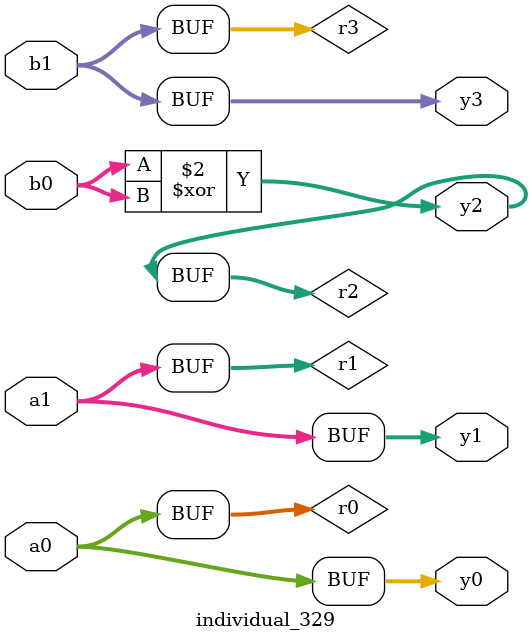
<source format=sv>
module individual_329(input logic [15:0] a1, input logic [15:0] a0, input logic [15:0] b1, input logic [15:0] b0, output logic [15:0] y3, output logic [15:0] y2, output logic [15:0] y1, output logic [15:0] y0);
logic [15:0] r0, r1, r2, r3; 
 always@(*) begin 
	 r0 = a0; r1 = a1; r2 = b0; r3 = b1; 
 	 r2  ^=  r2 ;
 	 y3 = r3; y2 = r2; y1 = r1; y0 = r0; 
end
endmodule
</source>
